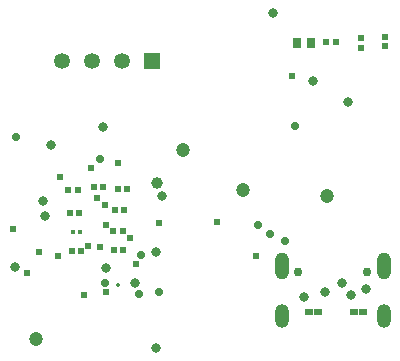
<source format=gbs>
G04*
G04 #@! TF.GenerationSoftware,Altium Limited,Altium Designer,23.9.2 (47)*
G04*
G04 Layer_Color=16711935*
%FSLAX44Y44*%
%MOMM*%
G71*
G04*
G04 #@! TF.SameCoordinates,250A9CB9-7403-4FF4-BB43-A60BEB693519*
G04*
G04*
G04 #@! TF.FilePolarity,Negative*
G04*
G01*
G75*
%ADD30R,0.5153X0.4725*%
%ADD32R,0.5200X0.5200*%
%ADD39R,0.4541X0.3627*%
%ADD40R,0.6631X0.5955*%
%ADD46R,0.7581X0.8121*%
%ADD63R,1.3500X1.3500*%
%ADD64C,1.3500*%
%ADD65C,0.8032*%
%ADD66C,0.7032*%
%ADD67C,0.6032*%
%ADD68C,1.2032*%
%ADD69O,1.2032X2.0032*%
%ADD70C,0.7500*%
%ADD71O,1.2032X2.3032*%
%ADD72C,1.0032*%
%ADD73C,0.3500*%
%ADD97R,0.6281X0.6062*%
%ADD98R,0.5200X0.5200*%
D30*
X163879Y141713D02*
D03*
X171450D02*
D03*
X132080Y89844D02*
D03*
X124509D02*
D03*
X167676Y90536D02*
D03*
X160105D02*
D03*
X130761Y121920D02*
D03*
X123190D02*
D03*
D32*
X151320Y143510D02*
D03*
X143320D02*
D03*
X167830Y106680D02*
D03*
X159830D02*
D03*
X121730Y140970D02*
D03*
X129730D02*
D03*
X347980Y266700D02*
D03*
X339980D02*
D03*
D39*
X125227Y105410D02*
D03*
X131313D02*
D03*
D40*
X371428Y38100D02*
D03*
X363297D02*
D03*
X325197D02*
D03*
X333328D02*
D03*
D46*
X314960Y265430D02*
D03*
X327500D02*
D03*
D63*
X192337Y250190D02*
D03*
D64*
X166937D02*
D03*
X141537D02*
D03*
X116137D02*
D03*
D65*
X294640Y290830D02*
D03*
X106680Y179070D02*
D03*
X373380Y57150D02*
D03*
X195580Y88900D02*
D03*
Y7620D02*
D03*
X153670Y74930D02*
D03*
X177800Y62160D02*
D03*
X200660Y135890D02*
D03*
X358140Y215900D02*
D03*
X76200Y76200D02*
D03*
X101600Y119380D02*
D03*
X100330Y132080D02*
D03*
X328930Y233680D02*
D03*
X151130Y194310D02*
D03*
X339090Y54610D02*
D03*
X353060Y62230D02*
D03*
X321310Y50800D02*
D03*
X360680Y52070D02*
D03*
D66*
X148590Y167640D02*
D03*
X181610Y53340D02*
D03*
X77123Y185576D02*
D03*
X304800Y97790D02*
D03*
X153030Y62660D02*
D03*
X313690Y195580D02*
D03*
X198120Y54610D02*
D03*
X292100Y104140D02*
D03*
X182880Y86360D02*
D03*
X281940Y111760D02*
D03*
D67*
X113030Y85090D02*
D03*
X74930Y107950D02*
D03*
X146050Y134620D02*
D03*
X152400Y128270D02*
D03*
X153670Y111760D02*
D03*
X148590Y92710D02*
D03*
X140970Y160020D02*
D03*
X280670Y85090D02*
D03*
X179070Y78740D02*
D03*
X311150Y237490D02*
D03*
X247650Y114300D02*
D03*
X198120Y113436D02*
D03*
X96440Y88900D02*
D03*
X86360Y71120D02*
D03*
X153670Y54610D02*
D03*
X138264Y93936D02*
D03*
X173990Y100330D02*
D03*
X163830Y163830D02*
D03*
X134620Y52070D02*
D03*
X114300Y152400D02*
D03*
D68*
X93980Y15240D02*
D03*
X218440Y175260D02*
D03*
X269240Y140970D02*
D03*
X340360Y135890D02*
D03*
D69*
X388640Y34645D02*
D03*
X302240D02*
D03*
D70*
X374340Y71445D02*
D03*
X316540D02*
D03*
D71*
X302240Y76445D02*
D03*
X388640D02*
D03*
D72*
X196850Y147320D02*
D03*
D73*
X163690Y60870D02*
D03*
D97*
X168990Y124460D02*
D03*
X161210D02*
D03*
D98*
X389890Y270700D02*
D03*
Y262700D02*
D03*
X369570Y269430D02*
D03*
Y261430D02*
D03*
M02*

</source>
